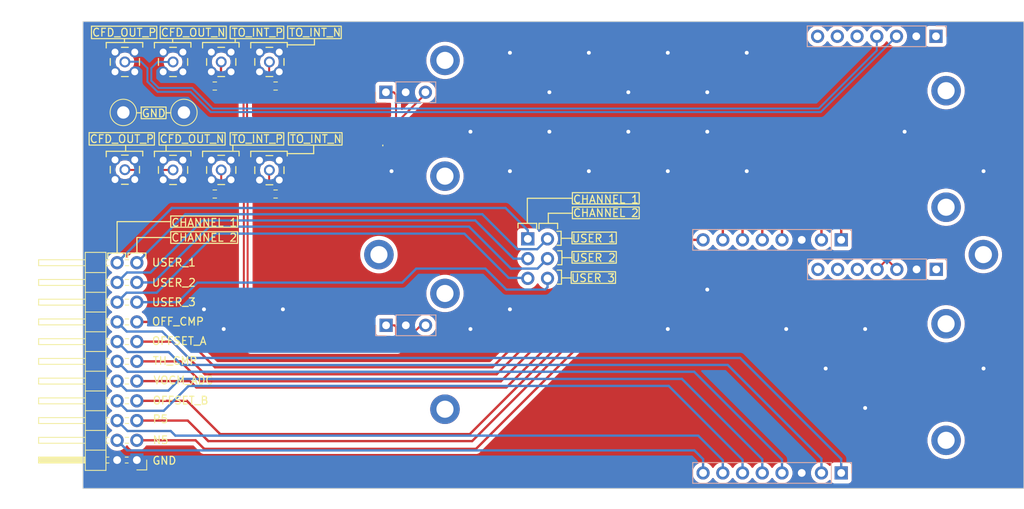
<source format=kicad_pcb>
(kicad_pcb (version 20221018) (generator pcbnew)
  (layers (0 "F.Cu" signal) (31 "B.Cu" signal) (34 "B.Paste" user) (35 "F.Paste" user) (36 "B.SilkS" user "B.Silkscreen") (37 "F.SilkS" user "F.Silkscreen") (38 "B.Mask" user) (39 "F.Mask" user) (44 "Edge.Cuts" user))
  (net 0 "")
  (net 1 "GND")
  (net 2 "/CFD_OUT_1_P")
  (net 3 "/CFD_OUT_1_N")
  (net 4 "/TO_INT_1_N")
  (net 5 "/TO_INT_1_P")
  (net 6 "/CFD_OUT_2_P")
  (net 7 "/CFD_OUT_2_N")
  (net 8 "/TO_INT_2_N")
  (net 9 "/TO_INT_2_P")
  (net 10 "/11")
  (net 11 "/3")
  (net 12 "/9")
  (net 13 "/5")
  (net 14 "/13")
  (net 15 "/15")
  (net 16 "/17")
  (net 17 "/12")
  (net 18 "/4")
  (net 19 "/10")
  (net 20 "/6")
  (net 21 "/16")
  (net 22 "/18")
  (net 23 "/19")
  (net 24 "/20")
  (net 25 "/21")
  (net 26 "/22")
  (net 27 "/14")
  (net 28 "/7")
  (net 29 "/8")
  (footprint "MountingHole:MountingHole_2.2mm_M2_DIN965_Pad" (layer "F.Cu") (at 193.3 80.6)
    (fp_text reference "H8" hide)
    (fp_text value "MountingHole")
    (pad "1" thru_hole circle (at 0 0) (size 3.8 3.8) (drill 2.2) (layers "*.Cu" "*.Mask"))
  )
  (footprint "Connector_PinHeader_2.54mm:PinHeader_2x11_P2.54mm_Horizontal" (layer "F.Cu") (at 89.14 98.14 180)
    (fp_text reference "J9" hide)
    (fp_text value "Conn_02x11_Counter_Clockwise")
    (pad "1" thru_hole rect (at 0 0 180) (size 1.7 1.7) (drill 1) (layers "*.Cu" "*.Mask") (net 1 "GND"))
    (pad "2" thru_hole oval (at 2.54 0 180) (size 1.7 1.7) (drill 1) (layers "*.Cu" "*.Mask") (net 1 "GND"))
    (pad "3" thru_hole oval (at 0 2.54 180) (size 1.7 1.7) (drill 1) (layers "*.Cu" "*.Mask") (net 11 "/3"))
    (pad "4" thru_hole oval (at 2.54 2.54 180) (size 1.7 1.7) (drill 1) (layers "*.Cu" "*.Mask") (net 18 "/4"))
    (pad "5" thru_hole oval (at 0 5.08 180) (size 1.7 1.7) (drill 1) (layers "*.Cu" "*.Mask") (net 13 "/5"))
    (pad "6" thru_hole oval (at 2.54 5.08 180) (size 1.7 1.7) (drill 1) (layers "*.Cu" "*.Mask") (net 20 "/6"))
    (pad "7" thru_hole oval (at 0 7.62 180) (size 1.7 1.7) (drill 1) (layers "*.Cu" "*.Mask") (net 28 "/7"))
    (pad "8" thru_hole oval (at 2.54 7.62 180) (size 1.7 1.7) (drill 1) (layers "*.Cu" "*.Mask") (net 29 "/8"))
    (pad "9" thru_hole oval (at 0 10.16 180) (size 1.7 1.7) (drill 1) (layers "*.Cu" "*.Mask") (net 12 "/9"))
    (pad "10" thru_hole oval (at 2.54 10.16 180) (size 1.7 1.7) (drill 1) (layers "*.Cu" "*.Mask") (net 19 "/10"))
    (pad "11" thru_hole oval (at 0 12.7 180) (size 1.7 1.7) (drill 1) (layers "*.Cu" "*.Mask") (net 10 "/11"))
    (pad "12" thru_hole oval (at 2.54 12.7 180) (size 1.7 1.7) (drill 1) (layers "*.Cu" "*.Mask") (net 17 "/12"))
    (pad "13" thru_hole oval (at 0 15.24 180) (size 1.7 1.7) (drill 1) (layers "*.Cu" "*.Mask") (net 14 "/13"))
    (pad "14" thru_hole oval (at 2.54 15.24 180) (size 1.7 1.7) (drill 1) (layers "*.Cu" "*.Mask") (net 27 "/14"))
    (pad "15" thru_hole oval (at 0 17.78 180) (size 1.7 1.7) (drill 1) (layers "*.Cu" "*.Mask") (net 15 "/15"))
    (pad "16" thru_hole oval (at 2.54 17.78 180) (size 1.7 1.7) (drill 1) (layers "*.Cu" "*.Mask") (net 21 "/16"))
    (pad "17" thru_hole oval (at 0 20.32 180) (size 1.7 1.7) (drill 1) (layers "*.Cu" "*.Mask") (net 16 "/17"))
    (pad "18" thru_hole oval (at 2.54 20.32 180) (size 1.7 1.7) (drill 1) (layers "*.Cu" "*.Mask") (net 22 "/18"))
    (pad "19" thru_hole oval (at 0 22.86 180) (size 1.7 1.7) (drill 1) (layers "*.Cu" "*.Mask") (net 23 "/19"))
    (pad "20" thru_hole oval (at 2.54 22.86 180) (size 1.7 1.7) (drill 1) (layers "*.Cu" "*.Mask") (net 24 "/20"))
    (pad "21" thru_hole oval (at 0 25.4 180) (size 1.7 1.7) (drill 1) (layers "*.Cu" "*.Mask") (net 25 "/21"))
    (pad "22" thru_hole oval (at 2.54 25.4 180) (size 1.7 1.7) (drill 1) (layers "*.Cu" "*.Mask") (net 26 "/22"))
  )
  (footprint "MountingHole:MountingHole_2.2mm_M2_DIN965_Pad" (layer "F.Cu") (at 128.8 61.6)
    (fp_text reference "H1" hide)
    (fp_text value "MountingHole")
    (pad "1" thru_hole circle (at 0 0) (size 3.8 3.8) (drill 2.2) (layers "*.Cu" "*.Mask"))
  )
  (footprint "MountingHole:MountingHole_2.2mm_M2_DIN965_Pad" (layer "F.Cu") (at 128.8 46.7)
    (fp_text reference "H6" hide)
    (fp_text value "MountingHole")
    (pad "1" thru_hole circle (at 0 0) (size 3.8 3.8) (drill 2.2) (layers "*.Cu" "*.Mask"))
  )
  (footprint "Resistor_SMD:R_0603_1608Metric" (layer "F.Cu") (at 99.175 63.9)
    (fp_text reference "R4" hide)
    (fp_text value "50")
    (pad "1" smd roundrect (at -0.825 0) (size 0.8 0.95) (layers "F.Cu" "F.Paste" "F.Mask") (net 1 "GND"))
    (pad "2" smd roundrect (at 0.825 0) (size 0.8 0.95) (layers "F.Cu" "F.Paste" "F.Mask") (net 9 "/TO_INT_2_P"))
  )
  (footprint "my_footprints:COAX4_MMCX-J-P-H-ST-TH1_SAI" (layer "F.Cu") (at 100 60.8)
    (fp_text reference "J14" hide)
    (fp_text value "Conn_01x05_Socket")
    (pad "1" thru_hole circle (at 0 0) (size 1.397 1.397) (drill 0.889) (layers "*.Cu" "*.Mask") (net 9 "/TO_INT_2_P"))
    (pad "2" thru_hole circle (at -1.27 -1.27) (size 1.397 1.397) (drill 0.889) (layers "*.Cu" "*.Mask") (net 1 "GND"))
    (pad "3" thru_hole circle (at -1.27 1.27) (size 1.397 1.397) (drill 0.889) (layers "*.Cu" "*.Mask") (net 1 "GND"))
    (pad "4" thru_hole circle (at 1.27 1.27) (size 1.397 1.397) (drill 0.889) (layers "*.Cu" "*.Mask") (net 1 "GND"))
    (pad "5" thru_hole circle (at 1.27 -1.27) (size 1.397 1.397) (drill 0.889) (layers "*.Cu" "*.Mask") (net 1 "GND"))
  )
  (footprint "my_footprints:COAX4_MMCX-J-P-H-ST-TH1_SAI" (layer "F.Cu") (at 93.8 46.9)
    (fp_text reference "J4" hide)
    (fp_text value "Conn_01x05_Socket")
    (pad "1" thru_hole circle (at 0 0) (size 1.397 1.397) (drill 0.889) (layers "*.Cu" "*.Mask") (net 3 "/CFD_OUT_1_N"))
    (pad "2" thru_hole circle (at -1.27 -1.27) (size 1.397 1.397) (drill 0.889) (layers "*.Cu" "*.Mask") (net 1 "GND"))
    (pad "3" thru_hole circle (at -1.27 1.27) (size 1.397 1.397) (drill 0.889) (layers "*.Cu" "*.Mask") (net 1 "GND"))
    (pad "4" thru_hole circle (at 1.27 1.27) (size 1.397 1.397) (drill 0.889) (layers "*.Cu" "*.Mask") (net 1 "GND"))
    (pad "5" thru_hole circle (at 1.27 -1.27) (size 1.397 1.397) (drill 0.889) (layers "*.Cu" "*.Mask") (net 1 "GND"))
  )
  (footprint "my_footprints:COAX4_MMCX-J-P-H-ST-TH1_SAI" (layer "F.Cu") (at 87.6 60.77)
    (fp_text reference "J11" hide)
    (fp_text value "Conn_01x05_Socket")
    (pad "1" thru_hole circle (at 0 0) (size 1.397 1.397) (drill 0.889) (layers "*.Cu" "*.Mask") (net 6 "/CFD_OUT_2_P"))
    (pad "2" thru_hole circle (at -1.27 -1.27) (size 1.397 1.397) (drill 0.889) (layers "*.Cu" "*.Mask") (net 1 "GND"))
    (pad "3" thru_hole circle (at -1.27 1.27) (size 1.397 1.397) (drill 0.889) (layers "*.Cu" "*.Mask") (net 1 "GND"))
    (pad "4" thru_hole circle (at 1.27 1.27) (size 1.397 1.397) (drill 0.889) (layers "*.Cu" "*.Mask") (net 1 "GND"))
    (pad "5" thru_hole circle (at 1.27 -1.27) (size 1.397 1.397) (drill 0.889) (layers "*.Cu" "*.Mask") (net 1 "GND"))
  )
  (footprint "MountingHole:MountingHole_2.2mm_M2_DIN965_Pad" (layer "F.Cu") (at 193.3 95.6)
    (fp_text reference "H4" hide)
    (fp_text value "MountingHole")
    (pad "1" thru_hole circle (at 0 0) (size 3.8 3.8) (drill 2.2) (layers "*.Cu" "*.Mask"))
  )
  (footprint "MountingHole:MountingHole_2.2mm_M2_DIN965_Pad" (layer "F.Cu") (at 198.1 71.7)
    (fp_text reference "H9" hide)
    (fp_text value "MountingHole")
    (pad "1" thru_hole circle (at 0 0) (size 3.8 3.8) (drill 2.2) (layers "*.Cu" "*.Mask"))
  )
  (footprint "MountingHole:MountingHole_2.2mm_M2_DIN965_Pad" (layer "F.Cu") (at 128.8 76.7)
    (fp_text reference "H3" hide)
    (fp_text value "MountingHole")
    (pad "1" thru_hole circle (at 0 0) (size 3.8 3.8) (drill 2.2) (layers "*.Cu" "*.Mask"))
  )
  (footprint "Resistor_SMD:R_0603_1608Metric" (layer "F.Cu") (at 99.175 50)
    (fp_text reference "R2" hide)
    (fp_text value "50")
    (pad "1" smd roundrect (at -0.825 0) (size 0.8 0.95) (layers "F.Cu" "F.Paste" "F.Mask") (net 1 "GND"))
    (pad "2" smd roundrect (at 0.825 0) (size 0.8 0.95) (layers "F.Cu" "F.Paste" "F.Mask") (net 5 "/TO_INT_1_P"))
  )
  (footprint "MountingHole:MountingHole_2.2mm_M2_DIN965_Pad" (layer "F.Cu") (at 128.8 91.6)
    (fp_text reference "H2" hide)
    (fp_text value "MountingHole")
    (pad "1" thru_hole circle (at 0 0) (size 3.8 3.8) (drill 2.2) (layers "*.Cu" "*.Mask"))
  )
  (footprint "MountingHole:MountingHole_2.2mm_M2_DIN965_Pad" (layer "F.Cu") (at 193.3 50.6)
    (fp_text reference "H7" hide)
    (fp_text value "MountingHole")
    (pad "1" thru_hole circle (at 0 0) (size 3.8 3.8) (drill 2.2) (layers "*.Cu" "*.Mask"))
  )
  (footprint "my_footprints:COAX4_MMCX-J-P-H-ST-TH1_SAI" (layer "F.Cu") (at 87.6 46.9)
    (fp_text reference "J3" hide)
    (fp_text value "Conn_01x05_Socket")
    (pad "1" thru_hole circle (at 0 0) (size 1.397 1.397) (drill 0.889) (layers "*.Cu" "*.Mask") (net 2 "/CFD_OUT_1_P"))
    (pad "2" thru_hole circle (at -1.27 -1.27) (size 1.397 1.397) (drill 0.889) (layers "*.Cu" "*.Mask") (net 1 "GND"))
    (pad "3" thru_hole circle (at -1.27 1.27) (size 1.397 1.397) (drill 0.889) (layers "*.Cu" "*.Mask") (net 1 "GND"))
    (pad "4" thru_hole circle (at 1.27 1.27) (size 1.397 1.397) (drill 0.889) (layers "*.Cu" "*.Mask") (net 1 "GND"))
    (pad "5" thru_hole circle (at 1.27 -1.27) (size 1.397 1.397) (drill 0.889) (layers "*.Cu" "*.Mask") (net 1 "GND"))
  )
  (footprint "my_footprints:COAX4_MMCX-J-P-H-ST-TH1_SAI" (layer "F.Cu") (at 93.8 60.8)
    (fp_text reference "J12" hide)
    (fp_text value "Conn_01x05_Socket")
    (pad "1" thru_hole circle (at 0 0) (size 1.397 1.397) (drill 0.889) (layers "*.Cu" "*.Mask") (net 7 "/CFD_OUT_2_N"))
    (pad "2" thru_hole circle (at -1.27 -1.27) (size 1.397 1.397) (drill 0.889) (layers "*.Cu" "*.Mask") (net 1 "GND"))
    (pad "3" thru_hole circle (at -1.27 1.27) (size 1.397 1.397) (drill 0.889) (layers "*.Cu" "*.Mask") (net 1 "GND"))
    (pad "4" thru_hole circle (at 1.27 1.27) (size 1.397 1.397) (drill 0.889) (layers "*.Cu" "*.Mask") (net 1 "GND"))
    (pad "5" thru_hole circle (at 1.27 -1.27) (size 1.397 1.397) (drill 0.889) (layers "*.Cu" "*.Mask") (net 1 "GND"))
  )
  (footprint "my_footprints:COAX4_MMCX-J-P-H-ST-TH1_SAI" (layer "F.Cu") (at 100 46.9)
    (fp_text reference "J2" hide)
    (fp_text value "Conn_01x05_Socket")
    (pad "1" thru_hole circle (at 0 0) (size 1.397 1.397) (drill 0.889) (layers "*.Cu" "*.Mask") (net 5 "/TO_INT_1_P"))
    (pad "2" thru_hole circle (at -1.27 -1.27) (size 1.397 1.397) (drill 0.889) (layers "*.Cu" "*.Mask") (net 1 "GND"))
    (pad "3" thru_hole circle (at -1.27 1.27) (size 1.397 1.397) (drill 0.889) (layers "*.Cu" "*.Mask") (net 1 "GND"))
    (pad "4" thru_hole circle (at 1.27 1.27) (size 1.397 1.397) (drill 0.889) (layers "*.Cu" "*.Mask") (net 1 "GND"))
    (pad "5" thru_hole circle (at 1.27 -1.27) (size 1.397 1.397) (drill 0.889) (layers "*.Cu" "*.Mask") (net 1 "GND"))
  )
  (footprint "TestPoint:TestPoint_Loop_D2.60mm_Drill1.6mm_Beaded" (layer "F.Cu") (at 87.4 53.4)
    (fp_text reference "J8" hide)
    (fp_text value "Conn_01x01_Pin")
    (pad "1" thru_hole circle (at 0 0) (size 3 3) (drill 1.6) (layers "*.Cu" "*.Mask") (net 1 "GND"))
  )
  (footprint "TestPoint:TestPoint_Loop_D2.60mm_Drill1.6mm_Beaded" (layer "F.Cu") (at 95.2 53.4)
    (fp_text reference "J18" hide)
    (fp_text value "Conn_01x01_Pin")
    (pad "1" thru_hole circle (at 0 0) (size 3 3) (drill 1.6) (layers "*.Cu" "*.Mask") (net 1 "GND"))
  )
  (footprint "Resistor_SMD:R_0603_1608Metric" (layer "F.Cu") (at 107 63.9)
    (fp_text reference "R3" hide)
    (fp_text value "50")
    (pad "1" smd roundrect (at -0.825 0) (size 0.8 0.95) (layers "F.Cu" "F.Paste" "F.Mask") (net 8 "/TO_INT_2_N"))
    (pad "2" smd roundrect (at 0.825 0) (size 0.8 0.95) (layers "F.Cu" "F.Paste" "F.Mask") (net 1 "GND"))
  )
  (footprint "Connector_PinHeader_2.54mm:PinHeader_2x03_P2.54mm_Vertical" (layer "F.Cu") (at 139.46 69.675)
    (fp_text reference "J10" hide)
    (fp_text value "Conn_02x03_Counter_Clockwise")
    (pad "1" thru_hole rect (at 0 0) (size 1.7 1.7) (drill 1) (layers "*.Cu" "*.Mask") (net 26 "/22"))
    (pad "2" thru_hole oval (at 2.54 0) (size 1.7 1.7) (drill 1) (layers "*.Cu" "*.Mask") (net 25 "/21"))
    (pad "3" thru_hole oval (at 0 2.54) (size 1.7 1.7) (drill 1) (layers "*.Cu" "*.Mask") (net 24 "/20"))
    (pad "4" thru_hole oval (at 2.54 2.54) (size 1.7 1.7) (drill 1) (layers "*.Cu" "*.Mask") (net 23 "/19"))
    (pad "5" thru_hole oval (at 0 5.08) (size 1.7 1.7) (drill 1) (layers "*.Cu" "*.Mask") (net 22 "/18"))
    (pad "6" thru_hole oval (at 2.54 5.08) (size 1.7 1.7) (drill 1) (layers "*.Cu" "*.Mask") (net 16 "/17"))
  )
  (footprint "MountingHole:MountingHole_2.2mm_M2_DIN965_Pad" (layer "F.Cu") (at 120.3 71.7)
    (fp_text reference "H10" hide)
    (fp_text value "MountingHole")
    (pad "1" thru_hole circle (at 0 0) (size 3.8 3.8) (drill 2.2) (layers "*.Cu" "*.Mask"))
  )
  (footprint "Resistor_SMD:R_0603_1608Metric" (layer "F.Cu") (at 107 50)
    (fp_text reference "R1" hide)
    (fp_text value "50")
    (pad "1" smd roundrect (at -0.825 0) (size 0.8 0.95) (layers "F.Cu" "F.Paste" "F.Mask") (net 4 "/TO_INT_1_N"))
    (pad "2" smd roundrect (at 0.825 0) (size 0.8 0.95) (layers "F.Cu" "F.Paste" "F.Mask") (net 1 "GND"))
  )
  (footprint "my_footprints:COAX4_MMCX-J-P-H-ST-TH1_SAI" (layer "F.Cu") (at 106.2 46.9)
    (fp_text reference "J1" hide)
    (fp_text value "Conn_01x05_Socket")
    (pad "1" thru_hole circle (at 0 0) (size 1.397 1.397) (drill 0.889) (layers "*.Cu" "*.Mask") (net 4 "/TO_INT_1_N"))
    (pad "2" thru_hole circle (at -1.27 -1.27) (size 1.397 1.397) (drill 0.889) (layers "*.Cu" "*.Mask") (net 1 "GND"))
    (pad "3" thru_hole circle (at -1.27 1.27) (size 1.397 1.397) (drill 0.889) (layers "*.Cu" "*.Mask") (net 1 "GND"))
    (pad "4" thru_hole circle (at 1.27 1.27) (size 1.397 1.397) (drill 0.889) (layers "*.Cu" "*.Mask") (net 1 "GND"))
    (pad "5" thru_hole circle (at 1.27 -1.27) (size 1.397 1.397) (drill 0.889) (layers "*.Cu" "*.Mask") (net 1 "GND"))
  )
  (footprint "MountingHole:MountingHole_2.2mm_M2_DIN965_Pad" (layer "F.Cu") (at 193.3 65.6)
    (fp_text reference "H5" hide)
    (fp_text value "MountingHole")
    (pad "1" thru_hole circle (at 0 0) (size 3.8 3.8) (drill 2.2) (layers "*.Cu" "*.Mask"))
  )
  (footprint "my_footprints:COAX4_MMCX-J-P-H-ST-TH1_SAI" (layer "F.Cu") (at 106.2 60.83)
    (fp_text reference "J13" hide)
    (fp_text value "Conn_01x05_Socket")
    (pad "1" thru_hole circle (at 0 0) (size 1.397 1.397) (drill 0.889) (layers "*.Cu" "*.Mask") (net 8 "/TO_INT_2_N"))
    (pad "2" thru_hole circle (at -1.27 -1.27) (size 1.397 1.397) (drill 0.889) (layers "*.Cu" "*.Mask") (net 1 "GND"))
    (pad "3" thru_hole circle (at -1.27 1.27) (size 1.397 1.397) (drill 0.889) (layers "*.Cu" "*.Mask") (net 1 "GND"))
    (pad "4" thru_hole circle (at 1.27 1.27) (size 1.397 1.397) (drill 0.889) (layers "*.Cu" "*.Mask") (net 1 "GND"))
    (pad "5" thru_hole circle (at 1.27 -1.27) (size 1.397 1.397) (drill 0.889) (layers "*.Cu" "*.Mask") (net 1 "GND"))
  )
  (footprint "Connector_PinSocket_2.54mm:PinSocket_1x07_P2.54mm_Vertical" (layer "B.Cu") (at 192 43.6 90)
    (fp_text reference "J6" hide)
    (fp_text value "Conn_01x07")
    (pad "1" thru_hole rect (at 0 0 90) (size 1.7 1.7) (drill 1) (layers "*.Cu" "*.Mask"))
    (pad "2" thru_hole oval (at 0 -2.54 90) (size 1.7 1.7) (drill 1) (layers "*.Cu" "*.Mask") (net 1 "GND"))
    (pad "3" thru_hole oval (at 0 -5.08 90) (size 1.7 1.7) (drill 1) (layers "*.Cu" "*.Mask") (net 2 "/CFD_OUT_1_P"))
    (pad "4" thru_hole oval (at 0 -7.62 90) (size 1.7 1.7) (drill 1) (layers "*.Cu" "*.Mask") (net 3 "/CFD_OUT_1_N"))
    (pad "5" thru_hole oval (at 0 -10.16 90) (size 1.7 1.7) (drill 1) (layers "*.Cu" "*.Mask"))
    (pad "6" thru_hole oval (at 0 -12.7 90) (size 1.7 1.7) (drill 1) (layers "*.Cu" "*.Mask"))
    (pad "7" thru_hole oval (at 0 -15.24 90) (size 1.7 1.7) (drill 1) (layers "*.Cu" "*.Mask"))
  )
  (footprint "Connector_PinSocket_2.54mm:PinSocket_1x03_P2.54mm_Vertical" (layer "B.Cu") (at 121.2 50.8 -90)
    (fp_text reference "J7" hide)
    (fp_text value "Conn_01x03")
    (pad "1" thru_hole rect (at 0 0 270) (size 1.7 1.7) (drill 1) (layers "*.Cu" "*.Mask") (net 4 "/TO_INT_1_N"))
    (pad "2" thru_hole oval (at 0 -2.54 270) (size 1.7 1.7) (drill 1) (layers "*.Cu" "*.Mask") (net 1 "GND"))
    (pad "3" thru_hole oval (at 0 -5.08 270) (size 1.7 1.7) (drill 1) (layers "*.Cu" "*.Mask") (net 5 "/TO_INT_1_P"))
  )
  (footprint "Connector_PinSocket_2.54mm:PinSocket_1x07_P2.54mm_Vertical" (layer "B.Cu") (at 192.04 73.6 90)
    (fp_text reference "J16" hide)
    (fp_text value "Conn_01x07")
    (pad "1" thru_hole rect (at 0 0 90) (size 1.7 1.7) (drill 1) (layers "*.Cu" "*.Mask"))
    (pad "2" thru_hole oval (at 0 -2.54 90) (size 1.7 1.7) (drill 1) (layers "*.Cu" "*.Mask") (net 1 "GND"))
    (pad "3" thru_hole oval (at 0 -5.08 90) (size 1.7 1.7) (drill 1) (layers "*.Cu" "*.Mask") (net 6 "/CFD_OUT_2_P"))
    (pad "4" thru_hole oval (at 0 -7.62 90) (size 1.7 1.7) (drill 1) (layers "*.Cu" "*.Mask") (net 7 "/CFD_OUT_2_N"))
    (pad "5" thru_hole oval (at 0 -10.16 90) (size 1.7 1.7) (drill 1) (layers "*.Cu" "*.Mask"))
    (pad "6" thru_hole oval (at 0 -12.7 90) (size 1.7 1.7) (drill 1) (layers "*.Cu" "*.Mask"))
    (pad "7" thru_hole oval (at 0 -15.24 90) (size 1.7 1.7) (drill 1) (layers "*.Cu" "*.Mask"))
  )
  (footprint "Connector_PinSocket_2.54mm:PinSocket_1x08_P2.54mm_Vertical" (layer "B.Cu") (at 179.8 69.8 90)
    (fp_text reference "J5" hide)
    (fp_text value "Conn_01x08")
    (pad "1" thru_hole rect (at 0 0 90) (size 1.7 1.7) (drill 1) (layers "*.Cu" "*.Mask") (net 15 "/15"))
    (pad "2" thru_hole oval (at 0 -2.54 90) (size 1.7 1.7) (drill 1) (layers "*.Cu" "*.Mask") (net 14 "/13"))
    (pad "3" thru_hole oval (at 0 -5.08 90) (size 1.7 1.7) (drill 1) (layers "*.Cu" "*.Mask") (net 1 "GND"))
    (pad "4" thru_hole oval (at 0 -7.62 90) (size 1.7 1.7) (drill 1) (layers "*.Cu" "*.Mask") (net 10 "/11"))
    (pad "5" thru_hole oval (at 0 -10.16 90) (size 1.7 1.7) (drill 1) (layers "*.Cu" "*.Mask") (net 12 "/9"))
    (pad "6" thru_hole oval (at 0 -12.7 90) (size 1.7 1.7) (drill 1) (layers "*.Cu" "*.Mask") (net 28 "/7"))
    (pad "7" thru_hole oval (at 0 -15.24 90) (size 1.7 1.7) (drill 1) (layers "*.Cu" "*.Mask") (net 13 "/5"))
    (pad "8" thru_hole oval (at 0 -17.78 90) (size 1.7 1.7) (drill 1) (layers "*.Cu" "*.Mask") (net 11 "/3"))
  )
  (footprint "Connector_PinSocket_2.54mm:PinSocket_1x03_P2.54mm_Vertical" (layer "B.Cu") (at 121.22 80.8 -90)
    (fp_text reference "J17" hide)
    (fp_text value "Conn_01x03")
    (pad "1" thru_hole rect (at 0 0 270) (size 1.7 1.7) (drill 1) (layers "*.Cu" "*.Mask") (net 8 "/TO_INT_2_N"))
    (pad "2" thru_hole oval (at 0 -2.54 270) (size 1.7 1.7) (drill 1) (layers "*.Cu" "*.Mask") (net 1 "GND"))
    (pad "3" thru_hole oval (at 0 -5.08 270) (size 1.7 1.7) (drill 1) (layers "*.Cu" "*.Mask") (net 9 "/TO_INT_2_P"))
  )
  (footprint "Connector_PinSocket_2.54mm:PinSocket_1x08_P2.54mm_Vertical" (layer "B.Cu") (at 179.8 99.8 90)
    (fp_text reference "J15" hide)
    (fp_text value "Conn_01x08")
    (pad "1" thru_hole rect (at 0 0 90) (size 1.7 1.7) (drill 1) (layers "*.Cu" "*.Mask") (net 21 "/16"))
    (pad "2" thru_hole oval (at 0 -2.54 90) (size 1.7 1.7) (drill 1) (layers "*.Cu" "*.Mask") (net 27 "/14"))
    (pad "3" thru_hole oval (at 0 -5.08 90) (size 1.7 1.7) (drill 1) (layers "*.Cu" "*.Mask") (net 1 "GND"))
    (pad "4" thru_hole oval (at 0 -7.62 90) (size 1.7 1.7) (drill 1) (layers "*.Cu" "*.Mask") (net 17 "/12"))
    (pad "5" thru_hole oval (at 0 -10.16 90) (size 1.7 1.7) (drill 1) (layers "*.Cu" "*.Mask") (net 19 "/10"))
    (pad "6" thru_hole oval (at 0 -12.7 90) (size 1.7 1.7) (drill 1) (layers "*.Cu" "*.Mask") (net 29 "/8"))
    (pad "7" thru_hole oval (at 0 -15.24 90) (size 1.7 1.7) (drill 1) (layers "*.Cu" "*.Mask") (net 20 "/6"))
    (pad "8" thru_hole oval (at 0 -17.78 90) (size 1.7 1.7) (drill 1) (layers "*.Cu" "*.Mask") (net 18 "/4"))
  )
  (gr_line (start 111.9 58.7) (end 111.9 57.7) (stroke (width 0.15)) (layer "F.SilkS"))
  (gr_line (start 89.9 44.4) (end 89.9 45) (stroke (width 0.15)) (layer "F.SilkS"))
  (gr_line (start 85.4 72.1) (end 85.4 71.5) (stroke (width 0.15)) (layer "F.SilkS"))
  (gr_line (start 96.1 58.4) (end 96.1 59) (stroke (width 0.15)) (layer "F.SilkS"))
  (gr_line (start 140.6 67.675) (end 140.6 68.375) (stroke (width 0.15)) (layer "F.SilkS"))
  (gr_line (start 85.4 71.5) (end 87.7 71.5) (stroke (width 0.15)) (layer "F.SilkS"))
  (gr_rect (start 145.2 65.575) (end 153.8 67.075) (stroke (width 0.15)) (fill none) (layer "F.SilkS"))
  (gr_line (start 120.8 57.7) (end 120.8 57.6) (stroke (width 0.15)) (layer "F.SilkS"))
  (gr_line (start 88 71.5) (end 90.3 71.5) (stroke (width 0.15)) (layer "F.SilkS"))
  (gr_rect (start 89.7 52.7) (end 92.9 54.2) (stroke (width 0.15)) (fill none) (layer "F.SilkS"))
  (gr_rect (start 101.15 56) (end 108.05 57.6) (stroke (width 0.15)) (fill none) (layer "F.SilkS"))
  (gr_line (start 86.6 67.475) (end 86.6 71.525) (stroke (width 0.15)) (layer "F.SilkS"))
  (gr_line (start 101.5 58.3) (end 101.5 57.6) (stroke (width 0.15)) (layer "F.SilkS"))
  (gr_line (start 108.5 44.7) (end 112 44.7) (stroke (width 0.15)) (layer "F.SilkS"))
  (gr_rect (start 92 56) (end 100.5 57.6) (stroke (width 0.15)) (fill none) (layer "F.SilkS"))
  (gr_line (start 89.15 69.5) (end 93.5 69.5) (stroke (width 0.15)) (layer "F.SilkS"))
  (gr_line (start 108.5 58.4) (end 108.5 59) (stroke (width 0.15)) (layer "F.SilkS"))
  (gr_line (start 102.3 44.4) (end 102.3 45) (stroke (width 0.15)) (layer "F.SilkS"))
  (gr_line (start 143.8 74.7) (end 144.3 74.7) (stroke (width 0.15)) (layer "F.SilkS"))
  (gr_line (start 138.2 67.675) (end 140.6 67.675) (stroke (width 0.15)) (layer "F.SilkS"))
  (gr_line (start 143.2 68.7) (end 143.75 68.7) (stroke (width 0.15)) (layer "F.SilkS"))
  (gr_line (start 89.9 58.4) (end 89.9 59) (stroke (width 0.15)) (layer "F.SilkS"))
  (gr_line (start 108.5 58.7) (end 111.9 58.7) (stroke (width 0.15)) (layer "F.SilkS"))
  (gr_line (start 92.9 57.6) (end 92.9 58.3) (stroke (width 0.15)) (layer "F.SilkS"))
  (gr_line (start 87.7 71.5) (end 87.7 72.1) (stroke (width 0.15)) (layer "F.SilkS"))
  (gr_line (start 91.4 45.1) (end 91.4 44.4) (stroke (width 0.15)) (layer "F.SilkS"))
  (gr_line (start 138.2 68.275) (end 138.2 67.675) (stroke (width 0.15)) (layer "F.SilkS"))
  (gr_line (start 143.85 73) (end 143.3 73) (stroke (width 0.15)) (layer "F.SilkS"))
  (gr_line (start 97.6 58.4) (end 102.3 58.4) (stroke (width 0.15)) (layer "F.SilkS"))
  (gr_line (start 143.75 68.7) (end 143.75 70.5) (stroke (width 0.15)) (layer "F.SilkS"))
  (gr_line (start 85.2 45.1) (end 85.2 44.4) (stroke (width 0.15)) (layer "F.SilkS"))
  (gr_line (start 91.4 44.4) (end 96.1 44.4) (stroke (width 0.15)) (layer "F.SilkS"))
  (gr_line (start 91.4 59.1) (end 91.4 58.4) (stroke (width 0.15)) (layer "F.SilkS"))
  (gr_rect (start 145.15 71.3) (end 150.85 72.8) (stroke (width 0.15)) (fill none) (layer "F.SilkS"))
  (gr_line (start 103.8 45.1) (end 103.8 44.4) (stroke (width 0.15)) (layer "F.SilkS"))
  (gr_line (start 101.8 44.4) (end 101.8 44) (stroke (width 0.15)) (layer "F.SilkS"))
  (gr_line (start 97.6 45.1) (end 97.6 44.4) (stroke (width 0.15)) (layer "F.SilkS"))
  (gr_line (start 142.1 67.675) (end 142.1 66.375) (stroke (width 0.15)) (layer "F.SilkS"))
  (gr_rect (start 92.15 42.3) (end 100.65 43.9) (stroke (width 0.15)) (fill none) (layer "F.SilkS"))
  (gr_rect (start 108.55 42.3) (end 115.45 43.9) (stroke (width 0.15)) (fill none) (layer "F.SilkS"))
  (gr_line (start 91.4 58.4) (end 96.1 58.4) (stroke (width 0.15)) (layer "F.SilkS"))
  (gr_rect (start 145.05 73.9) (end 150.75 75.4) (stroke (width 0.15)) (fill none) (layer "F.SilkS"))
  (gr_line (start 143.8 75.5) (end 143.25 75.5) (stroke (width 0.15)) (layer "F.SilkS"))
  (gr_line (start 142.1 66.375) (end 145.2 66.375) (stroke (width 0.15)) (layer "F.SilkS"))
  (gr_line (start 88 72.1) (end 88 71.5) (stroke (width 0.15)) (layer "F.SilkS"))
  (gr_line (start 112 44.7) (end 112 43.9) (stroke (width 0.15)) (layer "F.SilkS"))
  (gr_line (start 93.75 44.4) (end 93.75 44) (stroke (width 0.15)) (layer "F.SilkS"))
  (gr_line (start 143.85 71.2) (end 143.85 73) (stroke (width 0.15)) (layer "F.SilkS"))
  (gr_line (start 102.3 58.4) (end 102.3 59) (stroke (width 0.15)) (layer "F.SilkS"))
  (gr_line (start 108.5 44.4) (end 108.5 45) (stroke (width 0.15)) (layer "F.SilkS"))
  (gr_line (start 143.3 67.675) (end 143.3 68.375) (stroke (width 0.15)) (layer "F.SilkS"))
  (gr_line (start 85.2 58.4) (end 89.9 58.4) (stroke (width 0.15)) (layer "F.SilkS"))
  (gr_line (start 143.3 71.2) (end 143.85 71.2) (stroke (width 0.15)) (layer "F.SilkS"))
  (gr_rect (start 83.3 42.3) (end 91.7 43.9) (stroke (width 0.15)) (fill none) (layer "F.SilkS"))
  (gr_line (start 87.7 57.6) (end 87.7 58.3) (stroke (width 0.15)) (layer "F.SilkS"))
  (gr_line (start 97.6 44.4) (end 102.3 44.4) (stroke (width 0.15)) (layer "F.SilkS"))
  (gr_line (start 140.9 68.375) (end 140.9 67.675) (stroke (width 0.15)) (layer "F.SilkS"))
  (gr_line (start 89.15 71.5) (end 89.15 69.5) (stroke (width 0.15)) (layer "F.SilkS"))
  (gr_line (start 143.8 69.6) (end 145.15 69.6) (stroke (width 0.15)) (layer "F.SilkS"))
  (gr_rect (start 108.65 56) (end 115.55 57.6) (stroke (width 0.15)) (fill none) (layer "F.SilkS"))
  (gr_line (start 140.9 67.675) (end 143.3 67.675) (stroke (width 0.15)) (layer "F.SilkS"))
  (gr_rect (start 83 56) (end 91.4 57.6) (stroke (width 0.15)) (fill none) (layer "F.SilkS"))
  (gr_line (start 93.5 67.45) (end 86.6 67.45) (stroke (width 0.15)) (layer "F.SilkS"))
  (gr_rect (start 93.5 66.725) (end 102.1 68.175) (stroke (width 0.15)) (fill none) (layer "F.SilkS"))
  (gr_line (start 96.1 44.4) (end 96.1 45) (stroke (width 0.15)) (layer "F.SilkS"))
  (gr_line (start 144.3 74.7) (end 145.05 74.7) (stroke (width 0.15)) (layer "F.SilkS"))
  (gr_line (start 143.25 73.7) (end 143.8 73.7) (stroke (width 0.15)) (layer "F.SilkS"))
  (gr_rect (start 93.5 68.75) (end 102.1 70.25) (stroke (width 0.15)) (fill none) (layer "F.SilkS"))
  (gr_line (start 103.8 58.4) (end 108.5 58.4) (stroke (width 0.15)) (layer "F.SilkS"))
  (gr_line (start 103.8 44.4) (end 108.5 44.4) (stroke (width 0.15)) (layer "F.SilkS"))
  (gr_rect (start 145.15 68.8) (end 150.85 70.3) (stroke (width 0.15)) (fill none) (layer "F.SilkS"))
  (gr_line (start 92.9 53.45) (end 93.5 53.45) (stroke (width 0.15)) (layer "F.SilkS"))
  (gr_line (start 97.6 59.1) (end 97.6 58.4) (stroke (width 0.15)) (layer "F.SilkS"))
  (gr_line (start 90.3 71.5) (end 90.3 72.1) (stroke (width 0.15)) (layer "F.SilkS"))
  (gr_line (start 145.2 64.45) (end 139.4 64.45) (stroke (width 0.15)) (layer "F.SilkS"))
  (gr_line (start 143.8 73.7) (end 143.8 75.5) (stroke (width 0.15)) (layer "F.SilkS"))
  (gr_line (start 139.4 64.475) (end 139.4 67.6) (stroke (width 0.15)) (layer "F.SilkS"))
  (gr_line (start 143.85 72.1) (end 145.15 72.1) (stroke (width 0.15)) (layer "F.SilkS"))
  (gr_rect (start 145.2 63.725) (end 153.8 65.175) (stroke (width 0.15)) (fill none) (layer "F.SilkS"))
  (gr_line (start 143.75 70.5) (end 143.2 70.5) (stroke (width 0.15)) (layer "F.SilkS"))
  (gr_line (start 85.2 44.4) (end 89.9 44.4) (stroke (width 0.15)) (layer "F.SilkS"))
  (gr_line (start 87.55 44.4) (end 87.55 43.9) (stroke (width 0.15)) (layer "F.SilkS"))
  (gr_line (start 85.2 59.1) (end 85.2 58.4) (stroke (width 0.15)) (layer "F.SilkS"))
  (gr_line (start 89.7 53.45) (end 89.1 53.45) (stroke (width 0.15)) (layer "F.SilkS"))
  (gr_rect (start 101.15 42.3) (end 108.05 43.9) (stroke (width 0.15)) (fill none) (layer "F.SilkS"))
  (gr_line (start 103.8 59.1) (end 103.8 58.4) (stroke (width 0.15)) (layer "F.SilkS"))
  (gr_rect (start 82.2 41.7) (end 203.3 101.8) (stroke (width 0.1)) (fill none) (layer "Edge.Cuts"))
  (gr_text "VOCM_ADC" (at 91.2 88.46) (layer "F.SilkS") (effects (font (size 1 1)) (justify left bottom)))
  (gr_text "CFD_OUT_N\n" (at 92 57.4) (layer "F.SilkS") (effects (font (size 1 1)) (justify left bottom)))
  (gr_text "CHANNEL 2\n" (at 145.2 66.925) (layer "F.SilkS") (effects (font (size 1 1)) (justify left bottom)))
  (gr_text "GND\n" (at 89.7 54.1) (layer "F.SilkS") (effects (font (size 1 1)) (justify left bottom)))
  (gr_text "CFD_OUT_N\n" (at 92.15 43.7) (layer "F.SilkS") (effects (font (size 1 1)) (justify left bottom)))
  (gr_text "OFF_CMP" (at 91 80.9) (layer "F.SilkS") (effects (font (size 1 1)) (justify left bottom)))
  (gr_text "TO_INT_N" (at 108.75 57.4) (layer "F.SilkS") (effects (font (size 1 1)) (justify left bottom)))
  (gr_text "OFFSET_A" (at 91 83.4) (layer "F.SilkS") (effects (font (size 1 1)) (justify left bottom)))
  (gr_text "CFD_OUT_P" (at 83.3 43.7) (layer "F.SilkS") (effects (font (size 1 1)) (justify left bottom)))
  (gr_text "USER_1" (at 91 73.3) (layer "F.SilkS") (effects (font (size 1 1)) (justify left bottom)))
  (gr_text "USER 3" (at 144.95 75.3) (layer "F.SilkS") (effects (font (size 1 1)) (justify left bottom)))
  (gr_text "USER 2" (at 145.05 72.7) (layer "F.SilkS") (effects (font (size 1 1)) (justify left bottom)))
  (gr_text "USER_2" (at 91 75.9) (layer "F.SilkS") (effects (font (size 1 1)) (justify left bottom)))
  (gr_text "GND" (at 91.06 98.8) (layer "F.SilkS") (effects (font (size 1 1)) (justify left bottom)))
  (gr_text "OFFSET_B" (at 91.1 91.06) (layer "F.SilkS") (effects (font (size 1 1)) (justify left bottom)))
  (gr_text "P5" (at 91.1 93.46) (layer "F.SilkS") (effects (font (size 1 1)) (justify left bottom)))
  (gr_text "CHANNEL 2\n" (at 93.5 70.1) (layer "F.SilkS") (effects (font (size 1 1)) (justify left bottom)))
  (gr_text "CFD_OUT_P" (at 83 57.4) (layer "F.SilkS") (effects (font (size 1 1)) (justify left bottom)))
  (gr_text "TO_INT_P" (at 101.25 43.7) (layer "F.SilkS") (effects (font (size 1 1)) (justify left bottom)))
  (gr_text "CHANNEL 1" (at 93.5 68.175) (layer "F.SilkS") (effects (font (size 1 1)) (justify left bottom)))
  (gr_text "USER 1" (at 145.05 70.2) (layer "F.SilkS") (effects (font (size 1 1)) (justify left bottom)))
  (gr_text "TH_CMP" (at 91.1 85.96) (layer "F.SilkS") (effects (font (size 1 1)) (justify left bottom)))
  (gr_text "USER_3" (at 91 78.4) (layer "F.SilkS") (effects (font (size 1 1)) (justify left bottom)))
  (gr_text "TO_INT_P" (at 101.25 57.4) (layer "F.SilkS") (effects (font (size 1 1)) (justify left bottom)))
  (gr_text "N5" (at 91.1 96.16) (layer "F.SilkS") (effects (font (size 1 1)) (justify left bottom)))
  (gr_text "TO_INT_N" (at 108.65 43.7) (layer "F.SilkS") (effects (font (size 1 1)) (justify left bottom)))
  (gr_text "CHANNEL 1" (at 145.2 65.175) (layer "F.SilkS") (effects (font (size 1 1)) (justify left bottom)))
  (via (at 167.64 60.96) (size 1.3) (drill 0.5) (layers "F.Cu" "B.Cu") (net 1))
  (via (at 162.56 76.2) (size 1.3) (drill 0.5) (layers "F.Cu" "B.Cu") (net 1))
  (via (at 162.56 55.88) (size 1.3) (drill 0.5) (layers "F.Cu" "B.Cu") (net 1))
  (via (at 157.48 45.72) (size 1.3) (drill 0.5) (layers "F.Cu" "B.Cu") (net 1))
  (via (at 152.4 50.8) (size 1.3) (drill 0.5) (layers "F.Cu" "B.Cu") (net 1))
  (via (at 137.16 60.96) (size 1.3) (drill 0.5) (layers "F.Cu" "B.Cu") (net 1))
  (via (at 107.94 78.74) (size 1.3) (drill 0.5) (layers "F.Cu" "B.Cu") (net 1))
  (via (at 177.8 86.36) (size 1.3) (drill 0.5) (layers "F.Cu" "B.Cu") (net 1))
  (via (at 142.24 50.8) (size 1.3) (drill 0.5) (layers "F.Cu" "B.Cu") (net 1))
  (via (at 187.96 55.88) (size 1.3) (drill 0.5) (layers "F.Cu" "B.Cu") (net 1))
  (via (at 132.08 81.28) (size 1.3) (drill 0.5) (layers "F.Cu" "B.Cu") (net 1))
  (via (at 172.72 81.28) (size 1.3) (drill 0.5) (layers "F.Cu" "B.Cu") (net 1))
  (via (at 167.64 45.72) (size 1.3) (drill 0.5) (layers "F.Cu" "B.Cu") (net 1))
  (via (at 162.56 50.8) (size 1.3) (drill 0.5) (layers "F.Cu" "B.Cu") (net 1))
  (via (at 157.48 81.28) (size 1.3) (drill 0.5) (layers "F.Cu" "B.Cu") (net 1))
  (via (at 137.16 78.74) (size 1.3) (drill 0.5) (layers "F.Cu" "B.Cu") (net 1))
  (via (at 198.12 60.96) (size 1.3) (drill 0.5) (layers "F.Cu" "B.Cu") (net 1))
  (via (at 182.88 91.44) (size 1.3) (drill 0.5) (layers "F.Cu" "B.Cu") (net 1))
  (via (at 152.4 55.88) (size 1.3) (drill 0.5) (layers "F.Cu" "B.Cu") (net 1))
  (via (at 137.16 45.72) (size 1.3) (drill 0.5) (layers "F.Cu" "B.Cu") (net 1))
  (via (at 100.32 81.28) (size 1.3) (drill 0.5) (layers "F.Cu" "B.Cu") (net 1))
  (via (at 132.08 55.88) (size 1.3) (drill 0.5) (layers "F.Cu" "B.Cu") (net 1))
  (via (at 182.88 81.28) (size 1.3) (drill 0.5) (layers "F.Cu" "B.Cu") (net 1))
  (via (at 142.24 55.88) (size 1.3) (drill 0.5) (layers "F.Cu" "B.Cu") (net 1))
  (via (at 97.78 78.74) (size 1.3) (drill 0.5) (layers "F.Cu" "B.Cu") (net 1))
  (via (at 157.48 60.96) (size 1.3) (drill 0.5) (layers "F.Cu" "B.Cu") (net 1))
  (via (at 147.32 60.96) (size 1.3) (drill 0.5) (layers "F.Cu" "B.Cu") (net 1))
  (via (at 198.12 86.36) (size 1.3) (drill 0.5) (layers "F.Cu" "B.Cu") (net 1))
  (via (at 121.92 60.96) (size 1.3) (drill 0.5) (layers "F.Cu" "B.Cu") (net 1))
  (via (at 147.32 45.72) (size 1.3) (drill 0.5) (layers "F.Cu" "B.Cu") (net 1))
  (segment (start 89.67 46.87) (end 90.5 47.7) (width 0.254) (layer "B.Cu") (net 2))
  (segment (start 177.166 53.354) (end 186.92 43.6) (width 0.254) (layer "B.Cu") (net 2))
  (segment (start 90.5 49.442053) (end 91.809947 50.752) (width 0.254) (layer "B.Cu") (net 2))
  (segment (start 98.654 53.354) (end 177.166 53.354) (width 0.254) (layer "B.Cu") (net 2))
  (segment (start 91.809947 50.752) (end 96.052 50.752) (width 0.254) (layer "B.Cu") (net 2))
  (segment (start 96.052 50.752) (end 98.654 53.354) (width 0.254) (layer "B.Cu") (net 2))
  (segment (start 90.5 47.7) (end 90.5 49.442053) (width 0.254) (layer "B.Cu") (net 2))
  (segment (start 87.57 46.87) (end 89.67 46.87) (width 0.254) (layer "B.Cu") (net 2))
  (segment (start 91.948 50.248) (end 91 49.3) (width 0.254) (layer "B.Cu") (net 3))
  (segment (start 176.907236 52.9) (end 98.9 52.9) (width 0.254) (layer "B.Cu") (net 3))
  (segment (start 98.9 52.9) (end 96.248 50.248) (width 0.254) (layer "B.Cu") (net 3))
  (segment (start 91 49.3) (end 91 47.7) (width 0.254) (layer "B.Cu") (net 3))
  (segment (start 91 47.7) (end 91.8 46.9) (width 0.254) (layer "B.Cu") (net 3))
  (segment (start 96.248 50.248) (end 91.948 50.248) (width 0.254) (layer "B.Cu") (net 3))
  (segment (start 184.38 43.6) (end 184.38 45.427236) (width 0.254) (layer "B.Cu") (net 3))
  (segment (start 93.74 46.9) (end 93.77 46.87) (width 0.254) (layer "B.Cu") (net 3))
  (segment (start 91.8 46.9) (end 93.74 46.9) (width 0.254) (layer "B.Cu") (net 3))
  (segment (start 184.38 45.427236) (end 176.907236 52.9) (width 0.254) (layer "B.Cu") (net 3))
  (segment (start 103.327 54.170617) (end 103.327 50.873) (width 0.254) (layer "F.Cu") (net 4))
  (segment (start 121.2 50.8) (end 122.2 50.8) (width 0.254) (layer "F.Cu") (net 4))
  (segment (start 121.909948 54.748) (end 103.904383 54.748) (width 0.254) (layer "F.Cu") (net 4))
  (segment (start 106.17 46.87) (end 106.17 49.995) (width 0.254) (layer "F.Cu") (net 4))
  (segment (start 122.2 50.8) (end 122.5 51.1) (width 0.254) (layer "F.Cu") (net 4))
  (segment (start 106.175 50.075) (end 106.175 50) (width 0.3) (layer "F.Cu") (net 4))
  (segment (start 103.327 50.873) (end 104.2 50) (width 0.254) (layer "F.Cu") (net 4))
  (segment (start 103.904383 54.748) (end 103.327 54.170617) (width 0.254) (layer "F.Cu") (net 4))
  (segment (start 121.2 50.8) (end 121.629172 51.229172) (width 0.3) (layer "F.Cu") (net 4))
  (segment (start 122.5 51.1) (end 122.5 54.157948) (width 0.254) (layer "F.Cu") (net 4))
  (segment (start 106.17 49.995) (end 106.175 50) (width 0.254) (layer "F.Cu") (net 4))
  (segment (start 104.2 50) (end 106.175 50) (width 0.254) (layer "F.Cu") (net 4))
  (segment (start 122.5 54.157948) (end 121.909948 54.748) (width 0.254) (layer "F.Cu") (net 4))
  (segment (start 102.873 50.973) (end 102.873 54.35867) (width 0.254) (layer "F.Cu") (net 5))
  (segment (start 102.873 54.35867) (end 103.71633 55.202) (width 0.254) (layer "F.Cu") (net 5))
  (segment (start 126.28 51.02) (end 126.28 50.8) (width 0.254) (layer "F.Cu") (net 5))
  (segment (start 126.28 50.8) (end 126.28 51.32) (width 0.3) (layer "F.Cu") (net 5))
  (segment (start 99.975 50) (end 99.97 49.995) (width 0.3) (layer "F.Cu") (net 5))
  (segment (start 122.098 55.202) (end 126.28 51.02) (width 0.254) (layer "F.Cu") (net 5))
  (segment (start 99.975 46.875) (end 99.97 46.87) (width 0.3) (layer "F.Cu") (net 5))
  (segment (start 99.975 50) (end 101.9 50) (width 0.254) (layer "F.Cu") (net 5))
  (segment (start 99.97 49.995) (end 99.97 46.87) (width 0.3) (layer "F.Cu") (net 5))
  (segment (start 99.975 50.075) (end 99.975 50) (width 0.3) (layer "F.Cu") (net 5))
  (segment (start 103.71633 55.202) (end 122.098 55.202) (width 0.254) (layer "F.Cu") (net 5))
  (segment (start 101.9 50) (end 102.873 50.973) (width 0.254) (layer "F.Cu") (net 5))
  (segment (start 185.915001 72.555001) (end 186.96 73.6) (width 0.254) (layer "F.Cu") (net 6))
  (segment (start 87.57 60.8) (end 89.7 60.8) (width 0.254) (layer "F.Cu") (net 6))
  (segment (start 185.915001 62.396801) (end 185.915001 72.555001) (width 0.254) (layer "F.Cu") (net 6))
  (segment (start 91.211948 57.646) (end 181.164201 57.646) (width 0.254) (layer "F.Cu") (net 6))
  (segment (start 90.346 58.511948) (end 91.211948 57.646) (width 0.254) (layer "F.Cu") (net 6))
  (segment (start 181.164201 57.646) (end 185.915001 62.396801) (width 0.254) (layer "F.Cu") (net 6))
  (segment (start 90.346 60.154) (end 90.346 58.511948) (width 0.254) (layer "F.Cu") (net 6))
  (segment (start 89.7 60.8) (end 90.346 60.154) (width 0.254) (layer "F.Cu") (net 6))
  (segment (start 184.42 73.6) (end 185.461001 72.558999) (width 0.254) (layer "F.Cu") (net 7))
  (segment (start 180.976148 58.1) (end 91.4 58.1) (width 0.254) (layer "F.Cu") (net 7))
  (segment (start 90.8 58.7) (end 90.8 60.1) (width 0.254) (layer "F.Cu") (net 7))
  (segment (start 185.461001 62.584853) (end 180.976148 58.1) (width 0.254) (layer "F.Cu") (net 7))
  (segment (start 90.8 60.1) (end 91.5 60.8) (width 0.254) (layer "F.Cu") (net 7))
  (segment (start 185.461001 72.558999) (end 185.461001 62.584853) (width 0.254) (layer "F.Cu") (net 7))
  (segment (start 91.4 58.1) (end 90.8 58.7) (width 0.254) (layer "F.Cu") (net 7))
  (segment (start 91.5 60.8) (end 93.77 60.8) (width 0.254) (layer "F.Cu") (net 7))
  (segment (start 122.3 80.8) (end 122.5 81) (width 0.254) (layer "F.Cu") (net 8))
  (segment (start 122.473222 83.384726) (end 104.026778 83.384726) (width 0.254) (layer "F.Cu") (net 8))
  (segment (start 104.2 63.9) (end 106.175 63.9) (width 0.254) (layer "F.Cu") (net 8))
  (segment (start 104.026778 83.384726) (end 103.871026 83.228974) (width 0.254) (layer "F.Cu") (net 8))
  (segment (start 103.4 82.757948) (end 103.4 64.7) (width 0.254) (layer "F.Cu") (net 8))
  (segment (start 106.17 63.83) (end 106.17 60.84) (width 0.254) (layer "F.Cu") (net 8))
  (segment (start 122.5 81) (end 122.5 83.357948) (width 0.254) (layer "F.Cu") (net 8))
  (segment (start 122.5 83.357948) (end 122.473222 83.384726) (width 0.254) (layer "F.Cu") (net 8))
  (segment (start 104.026778 83.384726) (end 103.4 82.757948) (width 0.254) (layer "F.Cu") (net 8))
  (segment (start 106.17 63.875) (end 106.225 63.93) (width 0.3) (layer "F.Cu") (net 8))
  (segment (start 103.4 64.7) (end 104.2 63.9) (width 0.254) (layer "F.Cu") (net 8))
  (segment (start 121.22 80.8) (end 122.3 80.8) (width 0.254) (layer "F.Cu") (net 8))
  (segment (start 102.9105 82.9105) (end 103.838726 83.838726) (width 0.254) (layer "F.Cu") (net 9))
  (segment (start 122.661274 83.838726) (end 125.7 80.8) (width 0.254) (layer "F.Cu") (net 9))
  (segment (start 100 63.825) (end 99.925 63.9) (width 0.254) (layer "F.Cu") (net 9))
  (segment (start 102.1 63.9) (end 102.9105 64.7105) (width 0.254) (layer "F.Cu") (net 9))
  (segment (start 103.838726 83.838726) (end 122.661274 83.838726) (width 0.254) (layer "F.Cu") (net 9))
  (segment (start 100 60.84) (end 100 63.825) (width 0.254) (layer "F.Cu") (net 9))
  (segment (start 103.769363 83.769363) (end 103.838726 83.838726) (width 0.254) (layer "F.Cu") (net 9))
  (segment (start 99.925 63.9) (end 102.1 63.9) (width 0.254) (layer "F.Cu") (net 9))
  (segment (start 125.7 80.8) (end 126.3 80.8) (width 0.254) (layer "F.Cu") (net 9))
  (segment (start 102.9105 64.7105) (end 102.9105 82.9105) (width 0.254) (layer "F.Cu") (net 9))
  (segment (start 136 88) (end 158.1 65.9) (width 0.3) (layer "F.Cu") (net 10))
  (segment (start 97.3 88) (end 136 88) (width 0.3) (layer "F.Cu") (net 10))
  (segment (start 158.1 65.9) (end 169.6 65.9) (width 0.3) (layer "F.Cu") (net 10))
  (segment (start 94.74 85.44) (end 97.3 88) (width 0.3) (layer "F.Cu") (net 10))
  (segment (start 89.14 85.44) (end 94.74 85.44) (width 0.3) (layer "F.Cu") (net 10))
  (segment (start 169.6 65.9) (end 172.18 68.48) (width 0.3) (layer "F.Cu") (net 10))
  (segment (start 172.18 68.48) (end 172.18 69.8) (width 0.3) (layer "F.Cu") (net 10))
  (segment (start 97.2 87.9) (end 97.3 88) (width 0.3) (layer "F.Cu") (net 10))
  (segment (start 97.8 96.7) (end 97.7 96.6) (width 0.3) (layer "F.Cu") (net 11))
  (segment (start 132.8 96.7) (end 97.8 96.7) (width 0.3) (layer "F.Cu") (net 11))
  (segment (start 159.7 69.8) (end 132.8 96.7) (width 0.3) (layer "F.Cu") (net 11))
  (segment (start 162.02 69.8) (end 159.7 69.8) (width 0.3) (layer "F.Cu") (net 11))
  (segment (start 96.7 95.6) (end 89.14 95.6) (width 0.3) (layer "F.Cu") (net 11))
  (segment (start 97.8 96.7) (end 96.7 95.6) (width 0.3) (layer "F.Cu") (net 11))
  (segment (start 95.98 87.98) (end 89.14 87.98) (width 0.3) (layer "F.Cu") (net 12))
  (segment (start 158.9 66.6) (end 136.7 88.8) (width 0.3) (layer "F.Cu") (net 12))
  (segment (start 169.64 68.44) (end 167.8 66.6) (width 0.3) (layer "F.Cu") (net 12))
  (segment (start 169.64 69.8) (end 169.64 68.44) (width 0.3) (layer "F.Cu") (net 12))
  (segment (start 167.8 66.6) (end 158.9 66.6) (width 0.3) (layer "F.Cu") (net 12))
  (segment (start 96.8 88.8) (end 95.98 87.98) (width 0.3) (layer "F.Cu") (net 12))
  (segment (start 136.7 88.8) (end 96.8 88.8) (width 0.3) (layer "F.Cu") (net 12))
  (segment (start 132.3 95.7) (end 98.33 95.7) (width 0.3) (layer "F.Cu") (net 13))
  (segment (start 164.1 68) (end 160 68) (width 0.3) (layer "F.Cu") (net 13))
  (segment (start 95.69 93.06) (end 89.14 93.06) (width 0.3) (layer "F.Cu") (net 13))
  (segment (start 98.33 95.7) (end 98.065 95.435) (width 0.3) (layer "F.Cu") (net 13))
  (segment (start 164.56 69.8) (end 164.56 68.46) (width 0.3) (layer "F.Cu") (net 13))
  (segment (start 164.56 68.46) (end 164.1 68) (width 0.3) (layer "F.Cu") (net 13))
  (segment (start 98.33 95.7) (end 95.69 93.06) (width 0.3) (layer "F.Cu") (net 13))
  (segment (start 160 68) (end 132.3 95.7) (width 0.3) (layer "F.Cu") (net 13))
  (segment (start 135.45 87.1) (end 97.9 87.1) (width 0.3) (layer "F.Cu") (net 14))
  (segment (start 97.9 87.1) (end 97.75 86.95) (width 0.3) (layer "F.Cu") (net 14))
  (segment (start 177.26 68.46) (end 174 65.2) (width 0.3) (layer "F.Cu") (net 14))
  (segment (start 174 65.2) (end 157.35 65.2) (width 0.3) (layer "F.Cu") (net 14))
  (segment (start 177.26 69.8) (end 177.26 68.46) (width 0.3) (layer "F.Cu") (net 14))
  (segment (start 157.35 65.2) (end 135.45 87.1) (width 0.3) (layer "F.Cu") (net 14))
  (segment (start 93.7 82.9) (end 89.14 82.9) (width 0.3) (layer "F.Cu") (net 14))
  (segment (start 177.26 69.8) (end 177.26 69.84) (width 0.3) (layer "F.Cu") (net 14))
  (segment (start 177.26 69.8) (end 177.13 69.8) (width 0.3) (layer "F.Cu") (net 14))
  (segment (start 97.9 87.1) (end 93.7 82.9) (width 0.3) (layer "F.Cu") (net 14))
  (segment (start 93.36 80.36) (end 89.14 80.36) (width 0.3) (layer "F.Cu") (net 15))
  (segment (start 175.9 64.5) (end 156.6 64.5) (width 0.3) (layer "F.Cu") (net 15))
  (segment (start 156.6 64.5) (end 134.9 86.2) (width 0.3) (layer "F.Cu") (net 15))
  (segment (start 134.9 86.2) (end 99.2 86.2) (width 0.3) (layer "F.Cu") (net 15))
  (segment (start 179.8 68.4) (end 175.9 64.5) (width 0.3) (layer "F.Cu") (net 15))
  (segment (start 179.8 69.8) (end 179.8 68.4) (width 0.3) (layer "F.Cu") (net 15))
  (segment (start 99.2 86.2) (end 93.36 80.36) (width 0.3) (layer "F.Cu") (net 15))
  (segment (start 141.7 76.2) (end 136.7 76.2) (width 0.3) (layer "B.Cu") (net 16))
  (segment (start 142 75.9) (end 141.7 76.2) (width 0.3) (layer "B.Cu") (net 16))
  (segment (start 94.42 77.82) (end 89.14 77.82) (width 0.3) (layer "B.Cu") (net 16))
  (segment (start 134 73.5) (end 125.1 73.5) (width 0.3) (layer "B.Cu") (net 16))
  (segment (start 142 74.755) (end 142 75.9) (width 0.3) (layer "B.Cu") (net 16))
  (segment (start 125.1 73.5) (end 123.3 75.3) (width 0.3) (layer "B.Cu") (net 16))
  (segment (start 96.94 75.3) (end 94.42 77.82) (width 0.3) (layer "B.Cu") (net 16))
  (segment (start 136.7 76.2) (end 134 73.5) (width 0.3) (layer "B.Cu") (net 16))
  (segment (start 89.26 77.7) (end 89.14 77.82) (width 0.3) (layer "B.Cu") (net 16))
  (segment (start 123.3 75.3) (end 96.94 75.3) (width 0.3) (layer "B.Cu") (net 16))
  (segment (start 160.88 86.78) (end 87.94 86.78) (width 0.3) (layer "B.Cu") (net 17))
  (segment (start 87.94 86.78) (end 86.6 85.44) (width 0.3) (layer "B.Cu") (net 17))
  (segment (start 172.18 98.08) (end 160.88 86.78) (width 0.3) (layer "B.Cu") (net 17))
  (segment (start 172.18 99.8) (end 172.18 98.08) (width 0.3) (layer "B.Cu") (net 17))
  (segment (start 160.9 96.9) (end 87.9 96.9) (width 0.3) (layer "B.Cu") (net 18))
  (segment (start 162.02 98.02) (end 160.9 96.9) (width 0.3) (layer "B.Cu") (net 18))
  (segment (start 87.9 96.9) (end 86.6 95.6) (width 0.3) (layer "B.Cu") (net 18))
  (segment (start 162.02 99.8) (end 162.02 98.02) (width 0.3) (layer "B.Cu") (net 18))
  (segment (start 87.82 89.2) (end 86.6 87.98) (width 0.3) (layer "B.Cu") (net 19))
  (segment (start 169.64 99.8) (end 169.64 98.04) (width 0.3) (layer "B.Cu") (net 19))
  (segment (start 94.7 87.7) (end 93.2 89.2) (width 0.3) (layer "B.Cu") (net 19))
  (segment (start 169.64 98.04) (end 159.3 87.7) (width 0.3) (layer "B.Cu") (net 19))
  (segment (start 159.3 87.7) (end 94.7 87.7) (width 0.3) (layer "B.Cu") (net 19))
  (segment (start 93.2 89.2) (end 87.82 89.2) (width 0.3) (layer "B.Cu") (net 19))
  (segment (start 164.56 99.8) (end 164.56 98.16) (width 0.3) (layer "B.Cu") (net 20))
  (segment (start 87.94 94.4) (end 86.6 93.06) (width 0.3) (layer "B.Cu") (net 20))
  (segment (start 94.1 95) (end 93.5 94.4) (width 0.3) (layer "B.Cu") (net 20))
  (segment (start 161.4 95) (end 94.1 95) (width 0.3) (layer "B.Cu") (net 20))
  (segment (start 93.5 94.4) (end 87.94 94.4) (width 0.3) (layer "B.Cu") (net 20))
  (segment (start 164.56 98.16) (end 161.4 95) (width 0.3) (layer "B.Cu") (net 20))
  (segment (start 166.8 85) (end 95.8 85) (width 0.3) (layer "B.Cu") (net 21))
  (segment (start 92.4 81.6) (end 87.84 81.6) (width 0.3) (layer "B.Cu") (net 21))
  (segment (start 179.8 99.8) (end 179.8 98) (width 0.3) (layer "B.Cu") (net 21))
  (segment (start 179.8 98) (end 166.8 85) (width 0.3) (layer "B.Cu") (net 21))
  (segment (start 95.8 85) (end 92.4 81.6) (width 0.3) (layer "B.Cu") (net 21))
  (segment (start 87.84 81.6) (end 86.6 80.36) (width 0.3) (layer "B.Cu") (net 21))
  (segment (start 87.82 76.6) (end 86.6 77.82) (width 0.3) (layer "B.Cu") (net 22))
  (segment (start 99.3 69) (end 91.7 76.6) (width 0.3) (layer "B.Cu") (net 22))
  (segment (start 139.405 74.7) (end 137 74.7) (width 0.3) (layer "B.Cu") (net 22))
  (segment (start 131.3 69) (end 99.3 69) (width 0.3) (layer "B.Cu") (net 22))
  (segment (start 137 74.7) (end 131.3 69) (width 0.3) (layer "B.Cu") (net 22))
  (segment (start 91.7 76.6) (end 87.82 76.6) (width 0.3) (layer "B.Cu") (net 22))
  (segment (start 91.28 75.28) (end 89.14 75.28) (width 0.3) (layer "B.Cu") (net 23))
  (segment (start 142 72.215) (end 140.715 73.5) (width 0.3) (layer "B.Cu") (net 23))
  (segment (start 131.9 68.1) (end 98.46 68.1) (width 0.3) (layer "B.Cu") (net 23))
  (segment (start 137.3 73.5) (end 131.9 68.1) (width 0.3) (layer "B.Cu") (net 23))
  (segment (start 140.715 73.5) (end 137.3 73.5) (width 0.3) (layer "B.Cu") (net 23))
  (segment (start 98.46 68.1) (end 91.28 75.28) (width 0.3) (layer "B.Cu") (net 23))
  (segment (start 139.46 72.215) (end 137.615 72.215) (width 0.3) (layer "B.Cu") (net 24))
  (segment (start 90.9 74) (end 87.88 74) (width 0.3) (layer "B.Cu") (net 24))
  (segment (start 132.7 67.3) (end 97.6 67.3) (width 0.3) (layer "B.Cu") (net 24))
  (segment (start 137.615 72.215) (end 132.7 67.3) (width 0.3) (layer "B.Cu") (net 24))
  (segment (start 97.6 67.3) (end 90.9 74) (width 0.3) (layer "B.Cu") (net 24))
  (segment (start 87.88 74) (end 86.6 75.28) (width 0.3) (layer "B.Cu") (net 24))
  (segment (start 142 69.675) (end 140.675 71) (width 0.3) (layer "B.Cu") (net 25))
  (segment (start 140.675 71) (end 138.1 71) (width 0.3) (layer "B.Cu") (net 25))
  (segment (start 133.6 66.5) (end 95.38 66.5) (width 0.3) (layer "B.Cu") (net 25))
  (segment (start 95.38 66.5) (end 89.14 72.74) (width 0.3) (layer "B.Cu") (net 25))
  (segment (start 138.1 71) (end 133.6 66.5) (width 0.3) (layer "B.Cu") (net 25))
  (segment (start 93.64 65.7) (end 86.6 72.74) (width 0.3) (layer "B.Cu") (net 26))
  (segment (start 139.46 69.675) (end 139.46 68.56) (width 0.3) (layer "B.Cu") (net 26))
  (segment (start 139.46 68.56) (end 136.6 65.7) (width 0.3) (layer "B.Cu") (net 26))
  (segment (start 136.6 65.7) (end 93.64 65.7) (width 0.3) (layer "B.Cu") (net 26))
  (segment (start 93.64 65.7) (end 93.52 65.82) (width 0.3) (layer "B.Cu") (net 26))
  (segment (start 177.26 97.96) (end 165.2 85.9) (width 0.3) (layer "B.Cu") (net 27))
  (segment (start 165.2 85.9) (end 94.9 85.9) (width 0.3) (layer "B.Cu") (net 27))
  (segment (start 177.26 99.8) (end 177.26 97.96) (width 0.3) (layer "B.Cu") (net 27))
  (segment (start 93.24 84.24) (end 87.94 84.24) (width 0.3) (layer "B.Cu") (net 27))
  (segment (start 87.94 84.24) (end 86.6 82.9) (width 0.3) (layer "B.Cu") (net 27))
  (segment (start 94.9 85.9) (end 93.24 84.24) (width 0.3) (layer "B.Cu") (net 27))
  (segment (start 99.86 94.8) (end 99.73 94.67) (width 0.3) (layer "F.Cu") (net 28))
  (segment (start 159.5 67.3) (end 132 94.8) (width 0.3) (layer "F.Cu") (net 28))
  (segment (start 95.58 90.52) (end 89.14 90.52) (width 0.3) (layer "F.Cu") (net 28))
  (segment (start 99.86 94.8) (end 95.58 90.52) (width 0.3) (layer "F.Cu") (net 28))
  (segment (start 167.1 68.5) (end 165.9 67.3) (width 0.3) (layer "F.Cu") (net 28))
  (segment (start 167.1 69.8) (end 167.1 68.5) (width 0.3) (layer "F.Cu") (net 28))
  (segment (start 165.9 67.3) (end 159.5 67.3) (width 0.3) (layer "F.Cu") (net 28))
  (segment (start 132 94.8) (end 99.86 94.8) (width 0.3) (layer "F.Cu") (net 28))
  (segment (start 87.88 91.8) (end 86.6 90.52) (width 0.3) (layer "B.Cu") (net 29))
  (segment (start 92.6 91.8) (end 87.88 91.8) (width 0.3) (layer "B.Cu") (net 29))
  (segment (start 95.8 88.6) (end 92.6 91.8) (width 0.3) (layer "B.Cu") (net 29))
  (segment (start 157.6 88.6) (end 95.8 88.6) (width 0.3) (layer "B.Cu") (net 29))
  (segment (start 167.1 99.8) (end 167.1 98.1) (width 0.3) (layer "B.Cu") (net 29))
  (segment (start 95.8 88.6) (end 95.65 88.75) (width 0.3) (layer "B.Cu") (net 29))
  (segment (start 167.1 98.1) (end 157.6 88.6) (width 0.3) (layer "B.Cu") (net 29))
  (zone (net 1) (net_name "GND") (layer "F.Cu") (connect_pads yes (clearance 0.508)) (min_thickness 0.25) (fill yes (thermal_gap 0.5) (thermal_bridge_width 0.5))
    (polygon (pts (xy 203.3 101.8) (xy 82.2 101.8) (xy 82.2 41.7) (xy 203.3 41.7)))
  )
  (zone (net 1) (net_name "GND") (layer "B.Cu") (priority 1) (connect_pads yes (clearance 0.508)) (min_thickness 0.25) (fill yes (thermal_gap 0.5) (thermal_bridge_width 0.5))
    (polygon (pts (xy 203.3 41.7) (xy 203.3 101.8) (xy 82.2 101.8) (xy 82.2 41.7)))
  )
)
</source>
